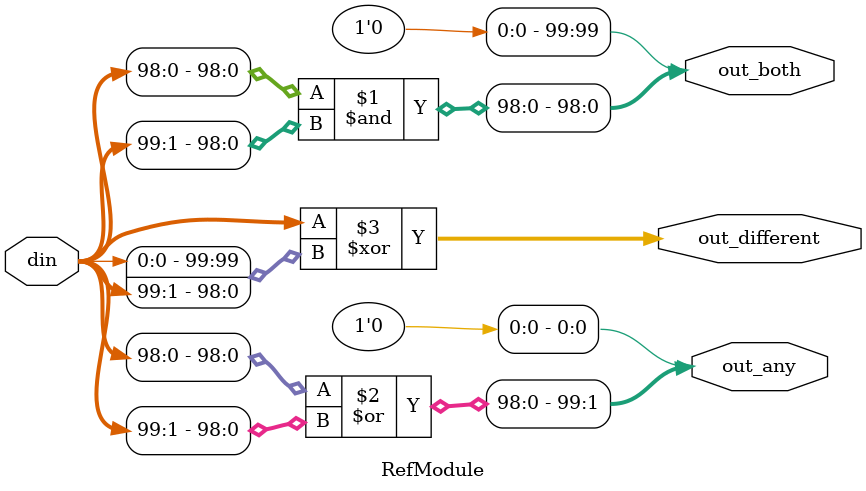
<source format=sv>

module RefModule (
  input  [99:0] din,
  output [99:0] out_both,
  output [99:0] out_any,
  output [99:0] out_different
);

  assign out_both = { 1'b0, (din[98:0] & din[99:1]) };

  assign out_any = { (din[98:0] | din[99:1]), 1'b0 };

  assign out_different = din ^ { din[0], din[99:1] };

endmodule


</source>
